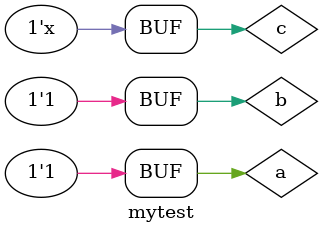
<source format=v>
`timescale 1 ns/10 ps

module mytest();

reg a,b,c;

initial begin
// fill in this blank
   a = 1;
	b = 0;
	c = 0;
	#50;
	
	a = 0;
	b = 0;
	c = 0;
	#50;
	
	a = 0;
	b = 1;
	#100;
	
	a = 1;
	b = 1;
end

always
begin
	if (b == 1)
	begin
		c = ~c;
		#20;
		if (c == 1)
		  $display("Hello World!");
	end
	else
	begin
		#50;
	end
end
endmodule

</source>
